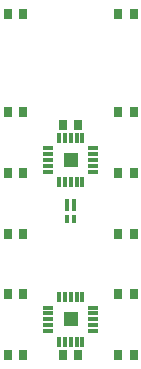
<source format=gbp>
G04 Layer_Color=128*
%FSLAX44Y44*%
%MOMM*%
G71*
G01*
G75*
%ADD20R,1.2700X1.2700*%
%ADD21R,0.3048X0.8636*%
%ADD22R,0.8636X0.3048*%
%ADD23R,0.7000X0.8999*%
%ADD24R,0.3800X1.0200*%
%ADD25R,0.3800X0.7600*%
D20*
X70000Y49980D02*
D03*
Y185000D02*
D03*
D21*
X79906Y68776D02*
D03*
X75080D02*
D03*
X70000D02*
D03*
X64920D02*
D03*
X60094D02*
D03*
Y31184D02*
D03*
X64920D02*
D03*
X70000D02*
D03*
X75080D02*
D03*
X79906D02*
D03*
X60094Y203796D02*
D03*
X64920D02*
D03*
X70000D02*
D03*
X75080D02*
D03*
X79906D02*
D03*
Y166204D02*
D03*
X75080D02*
D03*
X70000D02*
D03*
X64920D02*
D03*
X60094D02*
D03*
D22*
X51204Y59886D02*
D03*
Y55060D02*
D03*
Y49980D02*
D03*
Y44900D02*
D03*
Y40074D02*
D03*
X88796D02*
D03*
Y44900D02*
D03*
Y49980D02*
D03*
Y55060D02*
D03*
Y59886D02*
D03*
X51204Y175094D02*
D03*
Y179920D02*
D03*
Y185000D02*
D03*
Y190080D02*
D03*
Y194906D02*
D03*
X88796D02*
D03*
Y190080D02*
D03*
Y185000D02*
D03*
Y179920D02*
D03*
Y175094D02*
D03*
D23*
X123332Y174041D02*
D03*
X110332D02*
D03*
X123332Y225387D02*
D03*
X110332D02*
D03*
X123333Y122694D02*
D03*
X110333D02*
D03*
X63500Y214979D02*
D03*
X76500D02*
D03*
X123332Y20000D02*
D03*
X110332D02*
D03*
X123332Y308999D02*
D03*
X110332D02*
D03*
X16500Y225387D02*
D03*
X29500D02*
D03*
X16500Y174041D02*
D03*
X29500D02*
D03*
X16500Y122694D02*
D03*
X29500D02*
D03*
X16500Y20000D02*
D03*
X29500D02*
D03*
X76500D02*
D03*
X63500D02*
D03*
X16500Y308999D02*
D03*
X29500D02*
D03*
X110333Y71269D02*
D03*
X123332D02*
D03*
X16500Y71347D02*
D03*
X29500D02*
D03*
D24*
X73200Y146700D02*
D03*
X66800D02*
D03*
D25*
X73200Y135300D02*
D03*
X66800D02*
D03*
M02*

</source>
